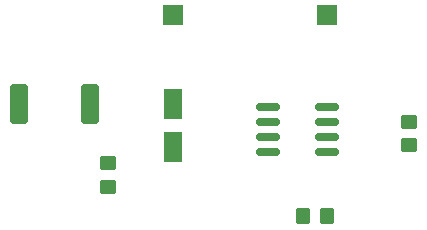
<source format=gbr>
%TF.GenerationSoftware,KiCad,Pcbnew,8.0.1-rc1*%
%TF.CreationDate,2024-06-04T01:21:06-05:00*%
%TF.ProjectId,555Timer_Breakout,35353554-696d-4657-925f-427265616b6f,rev?*%
%TF.SameCoordinates,Original*%
%TF.FileFunction,Soldermask,Top*%
%TF.FilePolarity,Negative*%
%FSLAX46Y46*%
G04 Gerber Fmt 4.6, Leading zero omitted, Abs format (unit mm)*
G04 Created by KiCad (PCBNEW 8.0.1-rc1) date 2024-06-04 01:21:06*
%MOMM*%
%LPD*%
G01*
G04 APERTURE LIST*
G04 Aperture macros list*
%AMRoundRect*
0 Rectangle with rounded corners*
0 $1 Rounding radius*
0 $2 $3 $4 $5 $6 $7 $8 $9 X,Y pos of 4 corners*
0 Add a 4 corners polygon primitive as box body*
4,1,4,$2,$3,$4,$5,$6,$7,$8,$9,$2,$3,0*
0 Add four circle primitives for the rounded corners*
1,1,$1+$1,$2,$3*
1,1,$1+$1,$4,$5*
1,1,$1+$1,$6,$7*
1,1,$1+$1,$8,$9*
0 Add four rect primitives between the rounded corners*
20,1,$1+$1,$2,$3,$4,$5,0*
20,1,$1+$1,$4,$5,$6,$7,0*
20,1,$1+$1,$6,$7,$8,$9,0*
20,1,$1+$1,$8,$9,$2,$3,0*%
G04 Aperture macros list end*
%ADD10R,1.700000X1.700000*%
%ADD11RoundRect,0.150000X-0.825000X-0.150000X0.825000X-0.150000X0.825000X0.150000X-0.825000X0.150000X0*%
%ADD12RoundRect,0.250000X0.450000X-0.350000X0.450000X0.350000X-0.450000X0.350000X-0.450000X-0.350000X0*%
%ADD13RoundRect,0.250000X-0.350000X-0.450000X0.350000X-0.450000X0.350000X0.450000X-0.350000X0.450000X0*%
%ADD14RoundRect,0.249999X0.512501X1.425001X-0.512501X1.425001X-0.512501X-1.425001X0.512501X-1.425001X0*%
%ADD15RoundRect,0.250000X0.550000X-1.050000X0.550000X1.050000X-0.550000X1.050000X-0.550000X-1.050000X0*%
G04 APERTURE END LIST*
D10*
%TO.C,J2*%
X147000000Y-55000000D03*
%TD*%
%TO.C,J1*%
X134000000Y-55000000D03*
%TD*%
D11*
%TO.C,U1*%
X142050000Y-62730000D03*
X142050000Y-64000000D03*
X142050000Y-65270000D03*
X142050000Y-66540000D03*
X147000000Y-66540000D03*
X147000000Y-65270000D03*
X147000000Y-64000000D03*
X147000000Y-62730000D03*
%TD*%
D12*
%TO.C,R3*%
X154000000Y-66000000D03*
X154000000Y-64000000D03*
%TD*%
D13*
%TO.C,R2*%
X145000000Y-72000000D03*
X147000000Y-72000000D03*
%TD*%
D12*
%TO.C,R1*%
X128500000Y-69500000D03*
X128500000Y-67500000D03*
%TD*%
D14*
%TO.C,D1*%
X126955000Y-62500000D03*
X120980000Y-62500000D03*
%TD*%
D15*
%TO.C,C1*%
X134000000Y-66100000D03*
X134000000Y-62500000D03*
%TD*%
M02*

</source>
